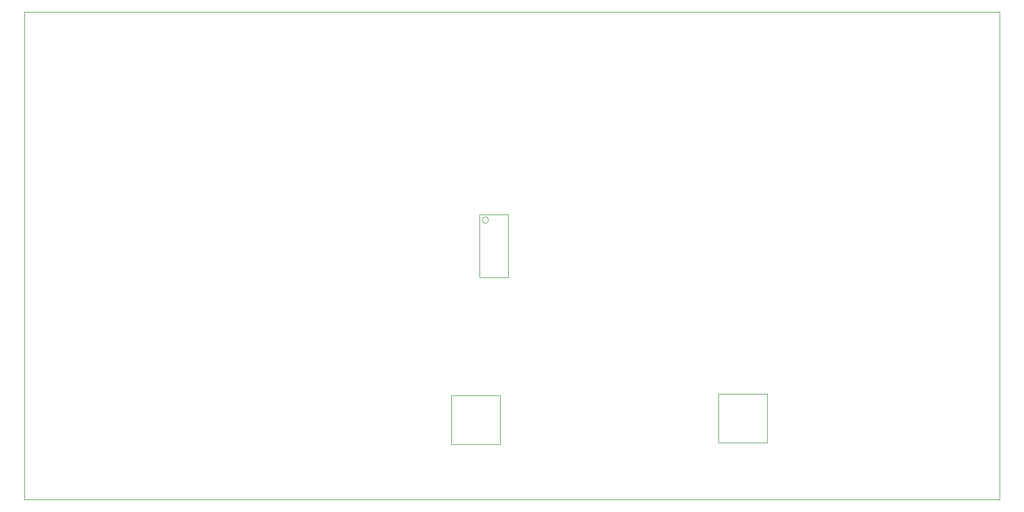
<source format=gbr>
%TF.GenerationSoftware,Altium Limited,CircuitMaker,2.0.2 (2.0.2.40)*%
G04 Layer_Color=16740166*
%FSLAX25Y25*%
%MOIN*%
%TF.SameCoordinates,264C472C-E0F2-4512-9315-FB6CEB45B93E*%
%TF.FilePolarity,Positive*%
%TF.FileFunction,Other,Outline*%
%TF.Part,Single*%
G01*
G75*
%TA.AperFunction,NonConductor*%
%ADD90C,0.00394*%
%ADD98C,0.00100*%
D90*
X385472Y321969D02*
G03*
X385472Y321969I-1969J0D01*
G01*
X526791Y185004D02*
X556791D01*
Y215004D01*
X526791D02*
X556791D01*
X526791Y185004D02*
Y215004D01*
X362619Y183973D02*
Y213973D01*
X392619D01*
Y183973D02*
Y213973D01*
X362619Y183973D02*
X392619D01*
X379961Y286929D02*
Y325512D01*
X397677Y286929D02*
Y325512D01*
X379961D02*
X397677D01*
X379961Y286929D02*
X397677D01*
D98*
X100000Y150000D02*
Y450000D01*
X700000D01*
Y150000D02*
Y450000D01*
X100000Y150000D02*
X700000D01*
%TF.MD5,193dcaf8b55640971a95e4afc8e6f476*%
M02*

</source>
